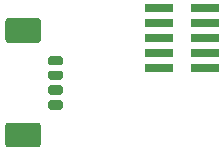
<source format=gbr>
%TF.GenerationSoftware,KiCad,Pcbnew,(5.1.6)-1*%
%TF.CreationDate,2020-12-06T01:56:03+01:00*%
%TF.ProjectId,HorticultureSensor,486f7274-6963-4756-9c74-75726553656e,1.0*%
%TF.SameCoordinates,Original*%
%TF.FileFunction,Paste,Bot*%
%TF.FilePolarity,Positive*%
%FSLAX46Y46*%
G04 Gerber Fmt 4.6, Leading zero omitted, Abs format (unit mm)*
G04 Created by KiCad (PCBNEW (5.1.6)-1) date 2020-12-06 01:56:03*
%MOMM*%
%LPD*%
G01*
G04 APERTURE LIST*
%ADD10R,2.400000X0.740000*%
G04 APERTURE END LIST*
%TO.C,J6*%
G36*
G01*
X150372000Y-125657000D02*
X147872000Y-125657000D01*
G75*
G02*
X147622000Y-125407000I0J250000D01*
G01*
X147622000Y-123807000D01*
G75*
G02*
X147872000Y-123557000I250000J0D01*
G01*
X150372000Y-123557000D01*
G75*
G02*
X150622000Y-123807000I0J-250000D01*
G01*
X150622000Y-125407000D01*
G75*
G02*
X150372000Y-125657000I-250000J0D01*
G01*
G37*
G36*
G01*
X150372000Y-134507000D02*
X147872000Y-134507000D01*
G75*
G02*
X147622000Y-134257000I0J250000D01*
G01*
X147622000Y-132657000D01*
G75*
G02*
X147872000Y-132407000I250000J0D01*
G01*
X150372000Y-132407000D01*
G75*
G02*
X150622000Y-132657000I0J-250000D01*
G01*
X150622000Y-134257000D01*
G75*
G02*
X150372000Y-134507000I-250000J0D01*
G01*
G37*
G36*
G01*
X152322000Y-127557000D02*
X151422000Y-127557000D01*
G75*
G02*
X151222000Y-127357000I0J200000D01*
G01*
X151222000Y-126957000D01*
G75*
G02*
X151422000Y-126757000I200000J0D01*
G01*
X152322000Y-126757000D01*
G75*
G02*
X152522000Y-126957000I0J-200000D01*
G01*
X152522000Y-127357000D01*
G75*
G02*
X152322000Y-127557000I-200000J0D01*
G01*
G37*
G36*
G01*
X152322000Y-128807000D02*
X151422000Y-128807000D01*
G75*
G02*
X151222000Y-128607000I0J200000D01*
G01*
X151222000Y-128207000D01*
G75*
G02*
X151422000Y-128007000I200000J0D01*
G01*
X152322000Y-128007000D01*
G75*
G02*
X152522000Y-128207000I0J-200000D01*
G01*
X152522000Y-128607000D01*
G75*
G02*
X152322000Y-128807000I-200000J0D01*
G01*
G37*
G36*
G01*
X152322000Y-130057000D02*
X151422000Y-130057000D01*
G75*
G02*
X151222000Y-129857000I0J200000D01*
G01*
X151222000Y-129457000D01*
G75*
G02*
X151422000Y-129257000I200000J0D01*
G01*
X152322000Y-129257000D01*
G75*
G02*
X152522000Y-129457000I0J-200000D01*
G01*
X152522000Y-129857000D01*
G75*
G02*
X152322000Y-130057000I-200000J0D01*
G01*
G37*
G36*
G01*
X152322000Y-131307000D02*
X151422000Y-131307000D01*
G75*
G02*
X151222000Y-131107000I0J200000D01*
G01*
X151222000Y-130707000D01*
G75*
G02*
X151422000Y-130507000I200000J0D01*
G01*
X152322000Y-130507000D01*
G75*
G02*
X152522000Y-130707000I0J-200000D01*
G01*
X152522000Y-131107000D01*
G75*
G02*
X152322000Y-131307000I-200000J0D01*
G01*
G37*
%TD*%
D10*
%TO.C,J2*%
X160610000Y-127762000D03*
X164510000Y-127762000D03*
X160610000Y-126492000D03*
X164510000Y-126492000D03*
X160610000Y-125222000D03*
X164510000Y-125222000D03*
X160610000Y-123952000D03*
X164510000Y-123952000D03*
X160610000Y-122682000D03*
X164510000Y-122682000D03*
%TD*%
M02*

</source>
